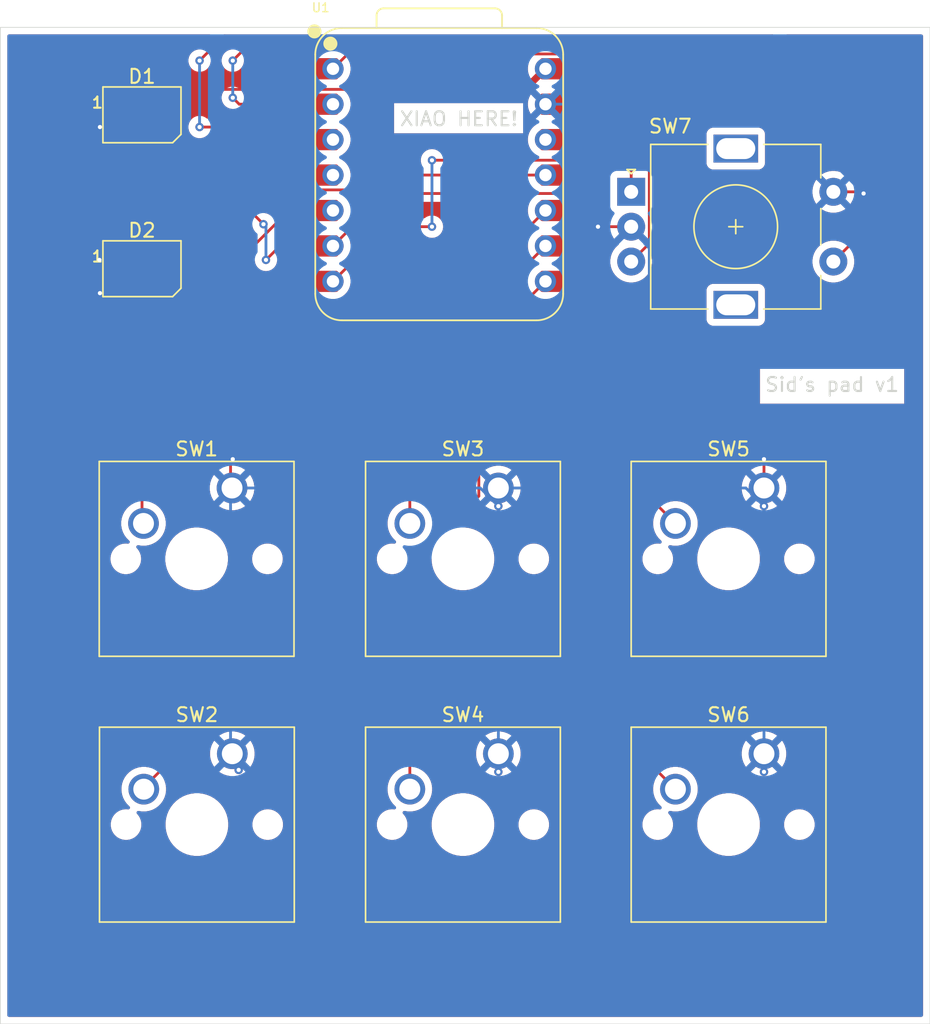
<source format=kicad_pcb>
(kicad_pcb (version 20241229) (generator "pcbnew") (generator_version "9.0")
  (layers (0 "F.Cu" signal) (2 "B.Cu" signal) (13 "F.Paste" user) (15 "B.Paste" user) (5 "F.SilkS" user "F.Silkscreen") (7 "B.SilkS" user "B.Silkscreen") (1 "F.Mask" user) (3 "B.Mask" user) (25 "Edge.Cuts" user))
  (net 0 "")
  (net 1 "GND")
  (net 2 "Net-(D1-DIN)")
  (net 3 "Net-(D1-DOUT)")
  (net 5 "+5V")
  (net 6 "Net-(U1-GPIO3{slash}MOSI)")
  (net 7 "Net-(U1-GPIO4{slash}MISO)")
  (net 8 "Net-(U1-GPIO2{slash}SCK)")
  (net 9 "Net-(U1-GPIO1{slash}RX)")
  (net 10 "Net-(U1-GPIO0{slash}TX)")
  (net 11 "Net-(U1-GPIO7{slash}SCL)")
  (net 12 "Net-(U1-GPIO28{slash}ADC2{slash}A2)")
  (net 13 "Net-(U1-GPIO27{slash}ADC1{slash}A1)")
  (net 14 "Net-(U1-GPIO26{slash}ADC0{slash}A0)")
  (footprint "LED_SMD:LED_SK6812MINI_PLCC4_3.5x3.5mm_P1.75mm" (layer "F.Cu") (at 74.45 83.975)
    (property "Reference" "D2" (at 0 -2.75 0) (layer "F.SilkS"))
    (property "Value" "SK6812MINI")
    (fp_line (start -2.8 -2) (end -2.8 2) (stroke (width 0.12)) (layer "F.SilkS"))
    (fp_line (start -2.8 -2) (end 2.8 -2) (stroke (width 0.12)) (layer "F.SilkS"))
    (fp_line (start -2.8 2) (end 2.2 2) (stroke (width 0.12)) (layer "F.SilkS"))
    (fp_line (start 2.8 1.4) (end 2.2 2) (stroke (width 0.12)) (layer "F.SilkS"))
    (fp_line (start 2.8 1.4) (end 2.8 -2) (stroke (width 0.12)) (layer "F.SilkS"))
    (fp_text user "1" (at -3.2 -0.875 0) (layer "F.SilkS") (effects (font (size 0.8 0.8))))
    (pad "1" smd rect (at -1.75 -0.875) (size 1.6 0.85) (layers "F.Cu" "F.Mask" "F.Paste"))
    (pad "2" smd rect (at -1.75 0.875) (size 1.6 0.85) (layers "F.Cu" "F.Mask" "F.Paste") (net 1 "GND"))
    (pad "3" smd rect (at 1.75 0.875) (size 1.6 0.85) (layers "F.Cu" "F.Mask" "F.Paste") (net 3 "Net-(D1-DOUT)"))
    (pad "4" smd rect (at 1.75 -0.875) (size 1.6 0.85) (layers "F.Cu" "F.Mask" "F.Paste") (net 5 "+5V"))
  )
  (footprint "Button_Switch_Keyboard:SW_Cherry_MX_1.00u_PCB" (layer "F.Cu") (at 100.0125 118.745)
    (property "Reference" "SW4" (at -2.54 -2.794 0) (layer "F.SilkS"))
    (property "Value" "SW_Push")
    (fp_line (start -9.525 -1.905) (end 4.445 -1.905) (stroke (width 0.12)) (layer "F.SilkS"))
    (fp_line (start -9.525 12.065) (end -9.525 -1.905) (stroke (width 0.12)) (layer "F.SilkS"))
    (fp_line (start 4.445 -1.905) (end 4.445 12.065) (stroke (width 0.12)) (layer "F.SilkS"))
    (fp_line (start 4.445 12.065) (end -9.525 12.065) (stroke (width 0.12)) (layer "F.SilkS"))
    (pad "" np_thru_hole circle (at -7.62 5.08) (size 1.7 1.7) (drill 1.7) (layers "*.Cu" "*.Mask"))
    (pad "" np_thru_hole circle (at -2.54 5.08) (size 4 4) (drill 4) (layers "*.Cu" "*.Mask"))
    (pad "" np_thru_hole circle (at 2.54 5.08) (size 1.7 1.7) (drill 1.7) (layers "*.Cu" "*.Mask"))
    (pad "1" thru_hole circle (at 0 0) (size 2.2 2.2) (drill 1.5) (layers "*.Cu" "*.Mask") (net 1 "GND"))
    (pad "2" thru_hole circle (at -6.35 2.54) (size 2.2 2.2) (drill 1.5) (layers "*.Cu" "*.Mask") (net 9 "Net-(U1-GPIO1{slash}RX)"))
  )
  (footprint "Button_Switch_Keyboard:SW_Cherry_MX_1.00u_PCB" (layer "F.Cu") (at 119.0625 99.695)
    (property "Reference" "SW5" (at -2.54 -2.794 0) (layer "F.SilkS"))
    (property "Value" "SW_Push")
    (fp_line (start -9.525 -1.905) (end 4.445 -1.905) (stroke (width 0.12)) (layer "F.SilkS"))
    (fp_line (start -9.525 12.065) (end -9.525 -1.905) (stroke (width 0.12)) (layer "F.SilkS"))
    (fp_line (start 4.445 -1.905) (end 4.445 12.065) (stroke (width 0.12)) (layer "F.SilkS"))
    (fp_line (start 4.445 12.065) (end -9.525 12.065) (stroke (width 0.12)) (layer "F.SilkS"))
    (pad "" np_thru_hole circle (at -7.62 5.08) (size 1.7 1.7) (drill 1.7) (layers "*.Cu" "*.Mask"))
    (pad "" np_thru_hole circle (at -2.54 5.08) (size 4 4) (drill 4) (layers "*.Cu" "*.Mask"))
    (pad "" np_thru_hole circle (at 2.54 5.08) (size 1.7 1.7) (drill 1.7) (layers "*.Cu" "*.Mask"))
    (pad "1" thru_hole circle (at 0 0) (size 2.2 2.2) (drill 1.5) (layers "*.Cu" "*.Mask") (net 1 "GND"))
    (pad "2" thru_hole circle (at -6.35 2.54) (size 2.2 2.2) (drill 1.5) (layers "*.Cu" "*.Mask") (net 10 "Net-(U1-GPIO0{slash}TX)"))
  )
  (footprint "Rotary_Encoder:RotaryEncoder_Alps_EC11E-Switch_Vertical_H20mm" (layer "F.Cu") (at 109.5375 78.4625)
    (property "Reference" "SW7" (at 2.8 -4.7 0) (layer "F.SilkS"))
    (property "Value" "RotaryEncoder_Switch")
    (fp_line (start -0.3 -1.6) (end 0.3 -1.6) (stroke (width 0.12)) (layer "F.SilkS"))
    (fp_line (start 0 -1.3) (end -0.3 -1.6) (stroke (width 0.12)) (layer "F.SilkS"))
    (fp_line (start 0.3 -1.6) (end 0 -1.3) (stroke (width 0.12)) (layer "F.SilkS"))
    (fp_line (start 1.4 -3.4) (end 1.4 8.4) (stroke (width 0.12)) (layer "F.SilkS"))
    (fp_line (start 5.5 -3.4) (end 1.4 -3.4) (stroke (width 0.12)) (layer "F.SilkS"))
    (fp_line (start 5.5 8.4) (end 1.4 8.4) (stroke (width 0.12)) (layer "F.SilkS"))
    (fp_line (start 7 2.5) (end 8 2.5) (stroke (width 0.12)) (layer "F.SilkS"))
    (fp_line (start 7.5 2) (end 7.5 3) (stroke (width 0.12)) (layer "F.SilkS"))
    (fp_line (start 9.5 -3.4) (end 13.6 -3.4) (stroke (width 0.12)) (layer "F.SilkS"))
    (fp_line (start 13.6 -3.4) (end 13.6 -1) (stroke (width 0.12)) (layer "F.SilkS"))
    (fp_line (start 13.6 1.2) (end 13.6 3.8) (stroke (width 0.12)) (layer "F.SilkS"))
    (fp_line (start 13.6 6) (end 13.6 8.4) (stroke (width 0.12)) (layer "F.SilkS"))
    (fp_line (start 13.6 8.4) (end 9.5 8.4) (stroke (width 0.12)) (layer "F.SilkS"))
    (fp_circle (center 7.5 2.5) (end 10.5 2.5) (stroke (width 0.12)) (fill no) (layer "F.SilkS"))
    (pad "A" thru_hole rect (at 0 0) (size 2 2) (drill 1) (layers "*.Cu" "*.Mask") (net 14 "Net-(U1-GPIO26{slash}ADC0{slash}A0)"))
    (pad "B" thru_hole circle (at 0 5) (size 2 2) (drill 1) (layers "*.Cu" "*.Mask") (net 13 "Net-(U1-GPIO27{slash}ADC1{slash}A1)"))
    (pad "C" thru_hole circle (at 0 2.5) (size 2 2) (drill 1) (layers "*.Cu" "*.Mask") (net 1 "GND"))
    (pad "MP" thru_hole rect (at 7.5 -3.1) (size 3.2 2) (drill oval 2.8 1.5) (layers "*.Cu" "*.Mask"))
    (pad "MP" thru_hole rect (at 7.5 8.1) (size 3.2 2) (drill oval 2.8 1.5) (layers "*.Cu" "*.Mask"))
    (pad "S1" thru_hole circle (at 14.5 5) (size 2 2) (drill 1) (layers "*.Cu" "*.Mask") (net 12 "Net-(U1-GPIO28{slash}ADC2{slash}A2)"))
    (pad "S2" thru_hole circle (at 14.5 0) (size 2 2) (drill 1) (layers "*.Cu" "*.Mask") (net 1 "GND"))
  )
  (footprint "opl:XIAO-RP2040-DIP" (layer "F.Cu") (at 95.77 77.26)
    (property "Reference" "U1" (at -8.5 -12 0) (layer "F.SilkS") (effects (font (size 0.635 0.635) (thickness 0.1016))))
    (property "Value" "XIAO-RP2040-DIP")
    (fp_line (start -8.89 8.509) (end -8.89 -8.636) (stroke (width 0.127)) (layer "F.SilkS"))
    (fp_line (start -6.985 10.414) (end 6.985 10.414) (stroke (width 0.127)) (layer "F.SilkS"))
    (fp_line (start -4.495 -10.541) (end -4.491272 -11.451272) (stroke (width 0.127)) (layer "F.SilkS"))
    (fp_line (start -3.991272 -11.951) (end 4.004 -11.951) (stroke (width 0.127)) (layer "F.SilkS"))
    (fp_line (start 4.504 -11.451) (end 4.504 -10.541) (stroke (width 0.127)) (layer "F.SilkS"))
    (fp_line (start 6.985 -10.541) (end -6.985 -10.541) (stroke (width 0.1)) (layer "F.SilkS"))
    (fp_line (start 6.985 -10.541) (end -6.985 -10.541) (stroke (width 0.127)) (layer "F.SilkS"))
    (fp_line (start 8.89 8.509) (end 8.89 -8.636) (stroke (width 0.127)) (layer "F.SilkS"))
    (fp_arc (start -8.89 -8.636) (mid -8.332038 -9.983038) (end -6.985 -10.541) (stroke (width 0.127)) (layer "F.SilkS"))
    (fp_arc (start -6.985 10.414) (mid -8.332038 9.856038) (end -8.89 8.509) (stroke (width 0.127)) (layer "F.SilkS"))
    (fp_arc (start -4.491272 -11.451272) (mid -4.344728 -11.80464) (end -3.991272 -11.951) (stroke (width 0.127)) (layer "F.SilkS"))
    (fp_arc (start 4.004 -11.951) (mid 4.357553 -11.804553) (end 4.504 -11.451) (stroke (width 0.127)) (layer "F.SilkS"))
    (fp_arc (start 6.985 -10.541) (mid 8.332038 -9.983038) (end 8.89 -8.636) (stroke (width 0.127)) (layer "F.SilkS"))
    (fp_arc (start 8.89 8.509) (mid 8.332038 9.856038) (end 6.985 10.414) (stroke (width 0.127)) (layer "F.SilkS"))
    (fp_circle (center -8.95 -10.3) (end -8.95 -10.554) (stroke (width 0.5)) (fill yes) (layer "F.SilkS"))
    (fp_circle (center -7.807 -9.42) (end -7.807 -9.674) (stroke (width 0.5)) (fill yes) (layer "F.SilkS"))
    (pad "1" smd roundrect (at -8.455 -7.62 180) (size 2.432 1.524) (layers "F.Cu" "F.Mask") (roundrect_rratio 0.1) (net 14 "Net-(U1-GPIO26{slash}ADC0{slash}A0)"))
    (pad "1" thru_hole circle (at -7.62 -7.62 180) (size 1.524 1.524) (drill 0.889) (layers "*.Cu" "*.Mask") (net 14 "Net-(U1-GPIO26{slash}ADC0{slash}A0)"))
    (pad "2" smd roundrect (at -8.455 -5.08 180) (size 2.432 1.524) (layers "F.Cu" "F.Mask") (roundrect_rratio 0.1) (net 13 "Net-(U1-GPIO27{slash}ADC1{slash}A1)"))
    (pad "2" thru_hole circle (at -7.62 -5.08 180) (size 1.524 1.524) (drill 0.889) (layers "*.Cu" "*.Mask") (net 13 "Net-(U1-GPIO27{slash}ADC1{slash}A1)"))
    (pad "3" smd roundrect (at -8.455 -2.54 180) (size 2.432 1.524) (layers "F.Cu" "F.Mask") (roundrect_rratio 0.1) (net 12 "Net-(U1-GPIO28{slash}ADC2{slash}A2)"))
    (pad "3" thru_hole circle (at -7.62 -2.54 180) (size 1.524 1.524) (drill 0.889) (layers "*.Cu" "*.Mask") (net 12 "Net-(U1-GPIO28{slash}ADC2{slash}A2)"))
    (pad "4" smd roundrect (at -8.455 0 180) (size 2.432 1.524) (layers "F.Cu" "F.Mask") (roundrect_rratio 0.1))
    (pad "4" thru_hole circle (at -7.62 0 180) (size 1.524 1.524) (drill 0.889) (layers "*.Cu" "*.Mask"))
    (pad "5" smd roundrect (at -8.455 2.54 180) (size 2.432 1.524) (layers "F.Cu" "F.Mask") (roundrect_rratio 0.1) (net 2 "Net-(D1-DIN)"))
    (pad "5" thru_hole circle (at -7.62 2.54 180) (size 1.524 1.524) (drill 0.889) (layers "*.Cu" "*.Mask") (net 2 "Net-(D1-DIN)"))
    (pad "6" smd roundrect (at -8.455 5.08 180) (size 2.432 1.524) (layers "F.Cu" "F.Mask") (roundrect_rratio 0.1) (net 11 "Net-(U1-GPIO7{slash}SCL)"))
    (pad "6" thru_hole circle (at -7.62 5.08 180) (size 1.524 1.524) (drill 0.889) (layers "*.Cu" "*.Mask") (net 11 "Net-(U1-GPIO7{slash}SCL)"))
    (pad "7" smd roundrect (at -8.455 7.62 180) (size 2.432 1.524) (layers "F.Cu" "F.Mask") (roundrect_rratio 0.1) (net 10 "Net-(U1-GPIO0{slash}TX)"))
    (pad "7" thru_hole circle (at -7.62 7.62 180) (size 1.524 1.524) (drill 0.889) (layers "*.Cu" "*.Mask") (net 10 "Net-(U1-GPIO0{slash}TX)"))
    (pad "8" thru_hole circle (at 7.62 7.62) (size 1.524 1.524) (drill 0.889) (layers "*.Cu" "*.Mask") (net 9 "Net-(U1-GPIO1{slash}RX)"))
    (pad "8" smd roundrect (at 8.455 7.62) (size 2.432 1.524) (layers "F.Cu" "F.Mask") (roundrect_rratio 0.1) (net 9 "Net-(U1-GPIO1{slash}RX)"))
    (pad "9" thru_hole circle (at 7.62 5.08) (size 1.524 1.524) (drill 0.889) (layers "*.Cu" "*.Mask") (net 8 "Net-(U1-GPIO2{slash}SCK)"))
    (pad "9" smd roundrect (at 8.455 5.08) (size 2.432 1.524) (layers "F.Cu" "F.Mask") (roundrect_rratio 0.1) (net 8 "Net-(U1-GPIO2{slash}SCK)"))
    (pad "10" thru_hole circle (at 7.62 2.54) (size 1.524 1.524) (drill 0.889) (layers "*.Cu" "*.Mask") (net 7 "Net-(U1-GPIO4{slash}MISO)"))
    (pad "10" smd roundrect (at 8.455 2.54) (size 2.432 1.524) (layers "F.Cu" "F.Mask") (roundrect_rratio 0.1) (net 7 "Net-(U1-GPIO4{slash}MISO)"))
    (pad "11" thru_hole circle (at 7.62 0) (size 1.524 1.524) (drill 0.889) (layers "*.Cu" "*.Mask") (net 6 "Net-(U1-GPIO3{slash}MOSI)"))
    (pad "11" smd roundrect (at 8.455 0) (size 2.432 1.524) (layers "F.Cu" "F.Mask") (roundrect_rratio 0.1) (net 6 "Net-(U1-GPIO3{slash}MOSI)"))
    (pad "12" thru_hole circle (at 7.62 -2.54) (size 1.524 1.524) (drill 0.889) (layers "*.Cu" "*.Mask"))
    (pad "12" smd roundrect (at 8.455 -2.54) (size 2.432 1.524) (layers "F.Cu" "F.Mask") (roundrect_rratio 0.1))
    (pad "13" thru_hole circle (at 7.62 -5.08) (size 1.524 1.524) (drill 0.889) (layers "*.Cu" "*.Mask") (net 1 "GND"))
    (pad "13" smd roundrect (at 8.455 -5.08) (size 2.432 1.524) (layers "F.Cu" "F.Mask") (roundrect_rratio 0.1) (net 1 "GND"))
    (pad "14" thru_hole circle (at 7.62 -7.62) (size 1.524 1.524) (drill 0.889) (layers "*.Cu" "*.Mask") (net 5 "+5V"))
    (pad "14" smd roundrect (at 8.455 -7.62) (size 2.432 1.524) (layers "F.Cu" "F.Mask") (roundrect_rratio 0.1) (net 5 "+5V"))
  )
  (footprint "Button_Switch_Keyboard:SW_Cherry_MX_1.00u_PCB" (layer "F.Cu") (at 119.0625 118.745)
    (property "Reference" "SW6" (at -2.54 -2.794 0) (layer "F.SilkS"))
    (property "Value" "SW_Push")
    (fp_line (start -9.525 -1.905) (end 4.445 -1.905) (stroke (width 0.12)) (layer "F.SilkS"))
    (fp_line (start -9.525 12.065) (end -9.525 -1.905) (stroke (width 0.12)) (layer "F.SilkS"))
    (fp_line (start 4.445 -1.905) (end 4.445 12.065) (stroke (width 0.12)) (layer "F.SilkS"))
    (fp_line (start 4.445 12.065) (end -9.525 12.065) (stroke (width 0.12)) (layer "F.SilkS"))
    (pad "" np_thru_hole circle (at -7.62 5.08) (size 1.7 1.7) (drill 1.7) (layers "*.Cu" "*.Mask"))
    (pad "" np_thru_hole circle (at -2.54 5.08) (size 4 4) (drill 4) (layers "*.Cu" "*.Mask"))
    (pad "" np_thru_hole circle (at 2.54 5.08) (size 1.7 1.7) (drill 1.7) (layers "*.Cu" "*.Mask"))
    (pad "1" thru_hole circle (at 0 0) (size 2.2 2.2) (drill 1.5) (layers "*.Cu" "*.Mask") (net 1 "GND"))
    (pad "2" thru_hole circle (at -6.35 2.54) (size 2.2 2.2) (drill 1.5) (layers "*.Cu" "*.Mask") (net 11 "Net-(U1-GPIO7{slash}SCL)"))
  )
  (footprint "Button_Switch_Keyboard:SW_Cherry_MX_1.00u_PCB" (layer "F.Cu") (at 80.91 99.695)
    (property "Reference" "SW1" (at -2.54 -2.794 0) (layer "F.SilkS"))
    (property "Value" "SW_Push")
    (fp_line (start -9.525 -1.905) (end 4.445 -1.905) (stroke (width 0.12)) (layer "F.SilkS"))
    (fp_line (start -9.525 12.065) (end -9.525 -1.905) (stroke (width 0.12)) (layer "F.SilkS"))
    (fp_line (start 4.445 -1.905) (end 4.445 12.065) (stroke (width 0.12)) (layer "F.SilkS"))
    (fp_line (start 4.445 12.065) (end -9.525 12.065) (stroke (width 0.12)) (layer "F.SilkS"))
    (pad "" np_thru_hole circle (at -7.62 5.08) (size 1.7 1.7) (drill 1.7) (layers "*.Cu" "*.Mask"))
    (pad "" np_thru_hole circle (at -2.54 5.08) (size 4 4) (drill 4) (layers "*.Cu" "*.Mask"))
    (pad "" np_thru_hole circle (at 2.54 5.08) (size 1.7 1.7) (drill 1.7) (layers "*.Cu" "*.Mask"))
    (pad "1" thru_hole circle (at 0 0) (size 2.2 2.2) (drill 1.5) (layers "*.Cu" "*.Mask") (net 1 "GND"))
    (pad "2" thru_hole circle (at -6.35 2.54) (size 2.2 2.2) (drill 1.5) (layers "*.Cu" "*.Mask") (net 6 "Net-(U1-GPIO3{slash}MOSI)"))
  )
  (footprint "Button_Switch_Keyboard:SW_Cherry_MX_1.00u_PCB" (layer "F.Cu") (at 80.93 118.745)
    (property "Reference" "SW2" (at -2.54 -2.794 0) (layer "F.SilkS"))
    (property "Value" "SW_Push")
    (fp_line (start -9.525 -1.905) (end 4.445 -1.905) (stroke (width 0.12)) (layer "F.SilkS"))
    (fp_line (start -9.525 12.065) (end -9.525 -1.905) (stroke (width 0.12)) (layer "F.SilkS"))
    (fp_line (start 4.445 -1.905) (end 4.445 12.065) (stroke (width 0.12)) (layer "F.SilkS"))
    (fp_line (start 4.445 12.065) (end -9.525 12.065) (stroke (width 0.12)) (layer "F.SilkS"))
    (pad "" np_thru_hole circle (at -7.62 5.08) (size 1.7 1.7) (drill 1.7) (layers "*.Cu" "*.Mask"))
    (pad "" np_thru_hole circle (at -2.54 5.08) (size 4 4) (drill 4) (layers "*.Cu" "*.Mask"))
    (pad "" np_thru_hole circle (at 2.54 5.08) (size 1.7 1.7) (drill 1.7) (layers "*.Cu" "*.Mask"))
    (pad "1" thru_hole circle (at 0 0) (size 2.2 2.2) (drill 1.5) (layers "*.Cu" "*.Mask") (net 1 "GND"))
    (pad "2" thru_hole circle (at -6.35 2.54) (size 2.2 2.2) (drill 1.5) (layers "*.Cu" "*.Mask") (net 7 "Net-(U1-GPIO4{slash}MISO)"))
  )
  (footprint "Button_Switch_Keyboard:SW_Cherry_MX_1.00u_PCB" (layer "F.Cu") (at 100.0125 99.695)
    (property "Reference" "SW3" (at -2.54 -2.794 0) (layer "F.SilkS"))
    (property "Value" "SW_Push")
    (fp_line (start -9.525 -1.905) (end 4.445 -1.905) (stroke (width 0.12)) (layer "F.SilkS"))
    (fp_line (start -9.525 12.065) (end -9.525 -1.905) (stroke (width 0.12)) (layer "F.SilkS"))
    (fp_line (start 4.445 -1.905) (end 4.445 12.065) (stroke (width 0.12)) (layer "F.SilkS"))
    (fp_line (start 4.445 12.065) (end -9.525 12.065) (stroke (width 0.12)) (layer "F.SilkS"))
    (pad "" np_thru_hole circle (at -7.62 5.08) (size 1.7 1.7) (drill 1.7) (layers "*.Cu" "*.Mask"))
    (pad "" np_thru_hole circle (at -2.54 5.08) (size 4 4) (drill 4) (layers "*.Cu" "*.Mask"))
    (pad "" np_thru_hole circle (at 2.54 5.08) (size 1.7 1.7) (drill 1.7) (layers "*.Cu" "*.Mask"))
    (pad "1" thru_hole circle (at 0 0) (size 2.2 2.2) (drill 1.5) (layers "*.Cu" "*.Mask") (net 1 "GND"))
    (pad "2" thru_hole circle (at -6.35 2.54) (size 2.2 2.2) (drill 1.5) (layers "*.Cu" "*.Mask") (net 8 "Net-(U1-GPIO2{slash}SCK)"))
  )
  (footprint "LED_SMD:LED_SK6812MINI_PLCC4_3.5x3.5mm_P1.75mm" (layer "F.Cu") (at 74.45 72.94375)
    (property "Reference" "D1" (at 0 -2.75 0) (layer "F.SilkS"))
    (property "Value" "SK6812MINI")
    (fp_line (start -2.8 -2) (end -2.8 2) (stroke (width 0.12)) (layer "F.SilkS"))
    (fp_line (start -2.8 -2) (end 2.8 -2) (stroke (width 0.12)) (layer "F.SilkS"))
    (fp_line (start -2.8 2) (end 2.2 2) (stroke (width 0.12)) (layer "F.SilkS"))
    (fp_line (start 2.8 1.4) (end 2.2 2) (stroke (width 0.12)) (layer "F.SilkS"))
    (fp_line (start 2.8 1.4) (end 2.8 -2) (stroke (width 0.12)) (layer "F.SilkS"))
    (fp_text user "1" (at -3.2 -0.875 0) (layer "F.SilkS") (effects (font (size 0.8 0.8))))
    (pad "1" smd rect (at -1.75 -0.875) (size 1.6 0.85) (layers "F.Cu" "F.Mask" "F.Paste") (net 3 "Net-(D1-DOUT)"))
    (pad "2" smd rect (at -1.75 0.875) (size 1.6 0.85) (layers "F.Cu" "F.Mask" "F.Paste") (net 1 "GND"))
    (pad "3" smd rect (at 1.75 0.875) (size 1.6 0.85) (layers "F.Cu" "F.Mask" "F.Paste") (net 2 "Net-(D1-DIN)"))
    (pad "4" smd rect (at 1.75 -0.875) (size 1.6 0.85) (layers "F.Cu" "F.Mask" "F.Paste") (net 5 "+5V"))
  )
  (gr_rect (start 64.29375 66.675) (end 130.96875 138.1125) (stroke (width 0.05)) (fill no) (layer "Edge.Cuts"))
  (gr_text "XIAO HERE!" (at 92.86875 73.81875 0) (layer "Edge.Cuts") (effects (font (size 1 1)) (justify left bottom)))
  (gr_text "Sid's pad v1" (at 119.0625 92.86875 0) (layer "Edge.Cuts") (effects (font (size 1 1)) (justify left bottom)))
  (segment (start 71.4375 85.725) (end 71.825 85.725) (width 0.2) (layer "F.Cu") (net 1))
  (segment (start 100.0125 118.745) (end 100.0125 120.045) (width 0.2) (layer "F.Cu") (net 1))
  (segment (start 80.80375 118.745) (end 80.80375 119.326378) (width 0.2) (layer "F.Cu") (net 1))
  (segment (start 72.7 84.85) (end 71.399998 83.549998) (width 0.2) (layer "F.Cu") (net 1))
  (segment (start 100.0125 99.695) (end 100.0125 100.995) (width 0.2) (layer "F.Cu") (net 1))
  (segment (start 119.0625 99.695) (end 119.0625 97.63125) (width 0.2) (layer "F.Cu") (net 1))
  (segment (start 119.0625 118.745) (end 119.0625 120.045) (width 0.2) (layer "F.Cu") (net 1))
  (segment (start 71.825 85.725) (end 72.7 84.85) (width 0.2) (layer "F.Cu") (net 1))
  (segment (start 80.80375 99.695) (end 80.9625 99.53625) (width 0.2) (layer "F.Cu") (net 1))
  (segment (start 124.0375 78.4625) (end 126.0875 78.4625) (width 0.2) (layer "F.Cu") (net 1))
  (segment (start 71.4375 73.81875) (end 72.7 73.81875) (width 0.2) (layer "F.Cu") (net 1))
  (segment (start 80.80375 97.79) (end 80.9625 97.63125) (width 0.2) (layer "F.Cu") (net 1))
  (segment (start 126.0875 78.4625) (end 126.20625 78.58125) (width 0.2) (layer "F.Cu") (net 1))
  (segment (start 80.80375 119.326378) (end 81.385128 119.907756) (width 0.2) (layer "F.Cu") (net 1))
  (segment (start 119.0625 99.695) (end 119.0625 100.995) (width 0.2) (layer "F.Cu") (net 1))
  (segment (start 71.399998 83.549998) (end 71.399998 83.34375) (width 0.2) (layer "F.Cu") (net 1))
  (segment (start 80.80375 99.695) (end 80.80375 97.79) (width 0.2) (layer "F.Cu") (net 1))
  (segment (start 109.5375 80.9625) (end 107.15625 80.9625) (width 0.2) (layer "F.Cu") (net 1))
  (via (at 119.0625 120.045) (size 0.6) (drill 0.3) (layers "F.Cu" "B.Cu") (net 1))
  (via (at 80.9625 97.63125) (size 0.6) (drill 0.3) (layers "F.Cu" "B.Cu") (net 1))
  (via (at 107.15625 80.9625) (size 0.6) (drill 0.3) (layers "F.Cu" "B.Cu") (net 1))
  (via (at 71.399998 83.34375) (size 0.6) (drill 0.3) (layers "F.Cu" "B.Cu") (net 1))
  (via (at 81.385128 119.907756) (size 0.6) (drill 0.3) (layers "F.Cu" "B.Cu") (net 1))
  (via (at 126.20625 78.58125) (size 0.6) (drill 0.3) (layers "F.Cu" "B.Cu") (net 1))
  (via (at 100.0125 120.045) (size 0.6) (drill 0.3) (layers "F.Cu" "B.Cu") (net 1))
  (via (at 119.0625 100.995) (size 0.6) (drill 0.3) (layers "F.Cu" "B.Cu") (net 1))
  (via (at 119.0625 97.63125) (size 0.6) (drill 0.3) (layers "F.Cu" "B.Cu") (net 1))
  (via (at 71.4375 73.81875) (size 0.6) (drill 0.3) (layers "F.Cu" "B.Cu") (net 1))
  (via (at 71.4375 85.725) (size 0.6) (drill 0.3) (layers "F.Cu" "B.Cu") (net 1))
  (via (at 100.0125 100.995) (size 0.6) (drill 0.3) (layers "F.Cu" "B.Cu") (net 1))
  (segment (start 80.9625 97.63125) (end 71.4375 88.10625) (width 0.2) (layer "B.Cu") (net 1))
  (segment (start 98.7125 99.695) (end 80.80375 99.695) (width 0.2) (layer "B.Cu") (net 1))
  (segment (start 100.0125 120.045) (end 100.0125 99.695) (width 0.2) (layer "B.Cu") (net 1))
  (segment (start 117.7625 99.695) (end 100.0125 99.695) (width 0.2) (layer "B.Cu") (net 1))
  (segment (start 119.0625 100.995) (end 117.7625 99.695) (width 0.2) (layer "B.Cu") (net 1))
  (segment (start 100.0125 100.995) (end 98.7125 99.695) (width 0.2) (layer "B.Cu") (net 1))
  (segment (start 119.805 72.18) (end 103.39 72.18) (width 0.2) (layer "B.Cu") (net 1))
  (segment (start 80.80375 119.326378) (end 80.80375 99.695) (width 0.2) (layer "B.Cu") (net 1))
  (segment (start 81.385128 119.907756) (end 80.80375 119.326378) (width 0.2) (layer "B.Cu") (net 1))
  (segment (start 126.20625 78.58125) (end 119.805 72.18) (width 0.2) (layer "B.Cu") (net 1))
  (segment (start 110.8385 89.40725) (end 110.8385 82.2635) (width 0.2) (layer "B.Cu") (net 1))
  (segment (start 119.0625 97.63125) (end 110.8385 89.40725) (width 0.2) (layer "B.Cu") (net 1))
  (segment (start 71.399998 83.34375) (end 71.399998 73.856252) (width 0.2) (layer "B.Cu") (net 1))
  (segment (start 107.15625 80.9625) (end 107.15625 75.94625) (width 0.2) (layer "B.Cu") (net 1))
  (segment (start 110.8385 82.2635) (end 109.5375 80.9625) (width 0.2) (layer "B.Cu") (net 1))
  (segment (start 119.0625 120.045) (end 119.0625 99.695) (width 0.2) (layer "B.Cu") (net 1))
  (segment (start 71.399998 73.856252) (end 71.4375 73.81875) (width 0.2) (layer "B.Cu") (net 1))
  (segment (start 107.15625 75.94625) (end 103.39 72.18) (width 0.2) (layer "B.Cu") (net 1))
  (segment (start 71.4375 88.10625) (end 71.4375 85.725) (width 0.2) (layer "B.Cu") (net 1))
  (segment (start 76.2 73.81875) (end 83.164547 80.783297) (width 0.2) (layer "F.Cu") (net 2))
  (segment (start 86.8875 79.8) (end 88.15 79.8) (width 0.2) (layer "F.Cu") (net 2))
  (segment (start 83.34375 83.34375) (end 86.8875 79.8) (width 0.2) (layer "F.Cu") (net 2))
  (via (at 83.34375 83.34375) (size 0.6) (drill 0.3) (layers "F.Cu" "B.Cu") (net 2))
  (via (at 83.164547 80.783297) (size 0.6) (drill 0.3) (layers "F.Cu" "B.Cu") (net 2))
  (segment (start 83.164547 80.783297) (end 83.34375 80.9625) (width 0.2) (layer "B.Cu") (net 2))
  (segment (start 83.34375 80.9625) (end 83.34375 83.34375) (width 0.2) (layer "B.Cu") (net 2))
  (segment (start 72.06875 72.06875) (end 72.7 72.06875) (width 0.2) (layer "F.Cu") (net 3))
  (segment (start 70.8365 79.4865) (end 70.8365 73.301) (width 0.2) (layer "F.Cu") (net 3))
  (segment (start 70.8365 73.301) (end 72.06875 72.06875) (width 0.2) (layer "F.Cu") (net 3))
  (segment (start 76.2 84.85) (end 70.8365 79.4865) (width 0.2) (layer "F.Cu") (net 3))
  (segment (start 76.2 72.06875) (end 77.15175 71.117) (width 0.2) (layer "F.Cu") (net 5))
  (segment (start 76.2 83.1) (end 75.099 81.999) (width 0.2) (layer "F.Cu") (net 5))
  (segment (start 75.099 81.999) (end 75.099 73.16975) (width 0.2) (layer "F.Cu") (net 5))
  (segment (start 75.099 73.16975) (end 76.2 72.06875) (width 0.2) (layer "F.Cu") (net 5))
  (segment (start 77.15175 71.117) (end 101.913 71.117) (width 0.2) (layer "F.Cu") (net 5))
  (segment (start 101.913 71.117) (end 103.39 69.64) (width 0.2) (layer "F.Cu") (net 5))
  (segment (start 86.473374 78.323) (end 91.5999 78.323) (width 0.2) (layer "F.Cu") (net 6))
  (segment (start 91.5999 78.323) (end 92.6629 77.26) (width 0.2) (layer "F.Cu") (net 6))
  (segment (start 74.45375 90.342624) (end 86.473374 78.323) (width 0.2) (layer "F.Cu") (net 6))
  (segment (start 92.6629 77.26) (end 103.39 77.26) (width 0.2) (layer "F.Cu") (net 6))
  (segment (start 74.45375 102.235) (end 74.45375 90.342624) (width 0.2) (layer "F.Cu") (net 6))
  (segment (start 74.45375 121.285) (end 88.10625 107.6325) (width 0.2) (layer "F.Cu") (net 7))
  (segment (start 88.10625 107.6325) (end 88.10625 95.08375) (width 0.2) (layer "F.Cu") (net 7))
  (segment (start 88.10625 95.08375) (end 103.39 79.8) (width 0.2) (layer "F.Cu") (net 7))
  (segment (start 93.6625 92.0675) (end 103.39 82.34) (width 0.2) (layer "F.Cu") (net 8))
  (segment (start 93.6625 102.235) (end 93.6625 92.0675) (width 0.2) (layer "F.Cu") (net 8))
  (segment (start 98.6115 100.275314) (end 98.6115 89.6585) (width 0.2) (layer "F.Cu") (net 9))
  (segment (start 93.6625 105.224314) (end 98.6115 100.275314) (width 0.2) (layer "F.Cu") (net 9))
  (segment (start 93.6625 121.285) (end 93.6625 105.224314) (width 0.2) (layer "F.Cu") (net 9))
  (segment (start 98.6115 89.6585) (end 103.39 84.88) (width 0.2) (layer "F.Cu") (net 9))
  (segment (start 106.55525 96.07775) (end 106.55525 76.857624) (width 0.2) (layer "F.Cu") (net 10))
  (segment (start 95.25 80.9625) (end 92.0675 80.9625) (width 0.2) (layer "F.Cu") (net 10))
  (segment (start 112.7125 102.235) (end 106.55525 96.07775) (width 0.2) (layer "F.Cu") (net 10))
  (segment (start 95.253 76.197) (end 95.25 76.2) (width 0.2) (layer "F.Cu") (net 10))
  (segment (start 92.0675 80.9625) (end 88.15 84.88) (width 0.2) (layer "F.Cu") (net 10))
  (segment (start 106.55525 76.857624) (end 105.894626 76.197) (width 0.2) (layer "F.Cu") (net 10))
  (segment (start 105.894626 76.197) (end 95.253 76.197) (width 0.2) (layer "F.Cu") (net 10))
  (via (at 95.25 76.2) (size 0.6) (drill 0.3) (layers "F.Cu" "B.Cu") (net 10))
  (via (at 95.25 80.9625) (size 0.6) (drill 0.3) (layers "F.Cu" "B.Cu") (net 10))
  (segment (start 95.25 76.2) (end 95.25 80.9625) (width 0.2) (layer "B.Cu") (net 10))
  (segment (start 112.7125 121.285) (end 104.775 113.3475) (width 0.2) (layer "F.Cu") (net 11))
  (segment (start 91.90875 78.58125) (end 88.15 82.34) (width 0.2) (layer "F.Cu") (net 11))
  (segment (start 104.775 113.3475) (end 104.775 92.86875) (width 0.2) (layer "F.Cu") (net 11))
  (segment (start 105.742 78.998374) (end 105.324876 78.58125) (width 0.2) (layer "F.Cu") (net 11))
  (segment (start 104.775 92.86875) (end 105.742 91.90175) (width 0.2) (layer "F.Cu") (net 11))
  (segment (start 105.742 91.90175) (end 105.742 78.998374) (width 0.2) (layer "F.Cu") (net 11))
  (segment (start 105.324876 78.58125) (end 91.90875 78.58125) (width 0.2) (layer "F.Cu") (net 11))
  (segment (start 124.0375 83.4625) (end 123.94375 83.4625) (width 0.2) (layer "F.Cu") (net 12))
  (segment (start 81.86375 74.72) (end 88.15 74.72) (width 0.2) (layer "F.Cu") (net 12))
  (segment (start 124.0375 83.4625) (end 126.80725 80.69275) (width 0.2) (layer "F.Cu") (net 12))
  (segment (start 126.80725 74.41975) (end 119.6635 67.276) (width 0.2) (layer "F.Cu") (net 12))
  (segment (start 126.80725 80.69275) (end 126.80725 74.41975) (width 0.2) (layer "F.Cu") (net 12))
  (segment (start 123.94375 83.4625) (end 123.825 83.34375) (width 0.2) (layer "F.Cu") (net 12))
  (segment (start 80.3615 67.276) (end 78.58125 69.05625) (width 0.2) (layer "F.Cu") (net 12))
  (segment (start 80.9625 73.81875) (end 81.86375 74.72) (width 0.2) (layer "F.Cu") (net 12))
  (segment (start 78.58125 73.81875) (end 80.9625 73.81875) (width 0.2) (layer "F.Cu") (net 12))
  (segment (start 119.6635 67.276) (end 80.3615 67.276) (width 0.2) (layer "F.Cu") (net 12))
  (via (at 78.58125 73.81875) (size 0.6) (drill 0.3) (layers "F.Cu" "B.Cu") (net 12))
  (via (at 78.58125 69.05625) (size 0.6) (drill 0.3) (layers "F.Cu" "B.Cu") (net 12))
  (segment (start 78.58125 69.05625) (end 78.58125 73.81875) (width 0.2) (layer "B.Cu") (net 12))
  (segment (start 110.8385 73.367774) (end 105.646726 68.176) (width 0.2) (layer "F.Cu") (net 13))
  (segment (start 110.8385 82.1615) (end 110.8385 73.367774) (width 0.2) (layer "F.Cu") (net 13))
  (segment (start 81.84275 68.176) (end 80.9625 69.05625) (width 0.2) (layer "F.Cu") (net 13))
  (segment (start 104.775 68.176) (end 81.84275 68.176) (width 0.2) (layer "F.Cu") (net 13))
  (segment (start 80.9625 71.717) (end 81.4255 72.18) (width 0.2) (layer "F.Cu") (net 13))
  (segment (start 81.4255 72.18) (end 88.15 72.18) (width 0.2) (layer "F.Cu") (net 13))
  (segment (start 105.646726 68.176) (end 104.775 68.176) (width 0.2) (layer "F.Cu") (net 13))
  (segment (start 109.5375 83.4625) (end 110.8385 82.1615) (width 0.2) (layer "F.Cu") (net 13))
  (via (at 80.9625 71.717) (size 0.6) (drill 0.3) (layers "F.Cu" "B.Cu") (net 13))
  (via (at 80.9625 69.05625) (size 0.6) (drill 0.3) (layers "F.Cu" "B.Cu") (net 13))
  (segment (start 80.9625 69.05625) (end 80.9625 71.717) (width 0.2) (layer "B.Cu") (net 13))
  (segment (start 109.5375 72.633874) (end 105.480626 68.577) (width 0.2) (layer "F.Cu") (net 14))
  (segment (start 109.5375 78.4625) (end 109.5375 72.633874) (width 0.2) (layer "F.Cu") (net 14))
  (segment (start 105.480626 68.577) (end 89.213 68.577) (width 0.2) (layer "F.Cu") (net 14))
  (segment (start 89.213 68.577) (end 88.15 69.64) (width 0.2) (layer "F.Cu") (net 14))
  (zone (net 5) (net_name "+5V") (layer "F.Cu") (connect_pads (clearance 0.5)) (min_thickness 0.25) (fill yes (thermal_gap 0.5) (thermal_bridge_width 0.5))
    (polygon (pts (xy 64.29375 66.675) (xy 130.96875 66.675) (xy 130.96875 138.1125) (xy 64.29375 138.1125)))
  )
  (zone (net 1) (net_name "GND") (layer "B.Cu") (priority 1) (connect_pads (clearance 0.5)) (min_thickness 0.25) (fill yes (thermal_gap 0.5) (thermal_bridge_width 0.5))
    (polygon (pts (xy 64.29375 66.675) (xy 130.96875 66.675) (xy 130.96875 138.1125) (xy 64.29375 138.1125)))
  )
)
</source>
